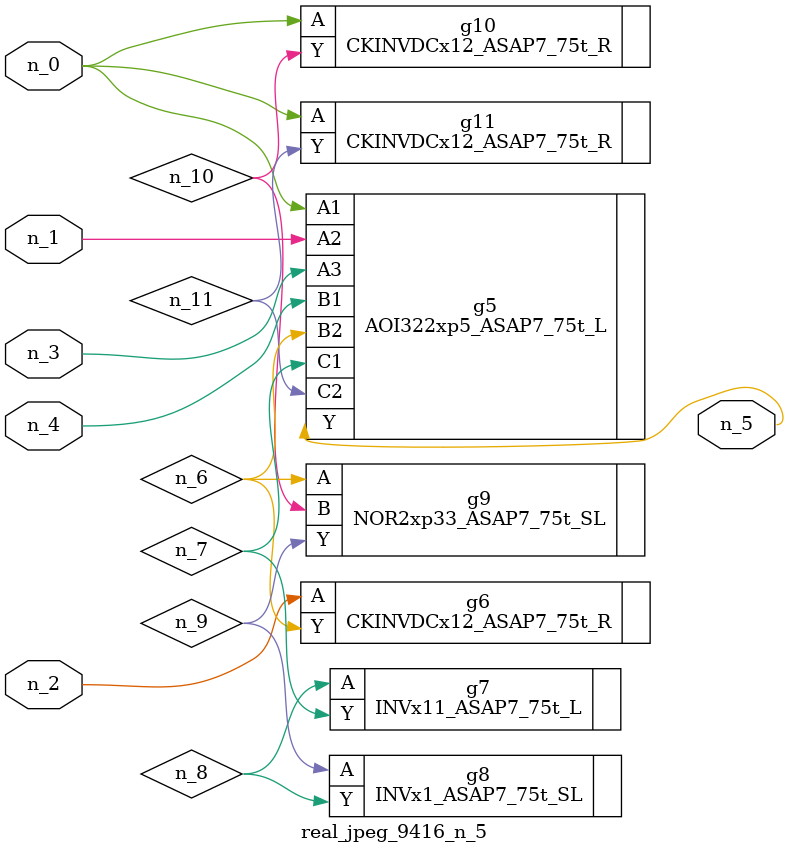
<source format=v>
module real_jpeg_9416_n_5 (n_4, n_0, n_1, n_2, n_3, n_5);

input n_4;
input n_0;
input n_1;
input n_2;
input n_3;

output n_5;

wire n_8;
wire n_11;
wire n_6;
wire n_7;
wire n_10;
wire n_9;

AOI322xp5_ASAP7_75t_L g5 ( 
.A1(n_0),
.A2(n_1),
.A3(n_3),
.B1(n_4),
.B2(n_6),
.C1(n_7),
.C2(n_11),
.Y(n_5)
);

CKINVDCx12_ASAP7_75t_R g10 ( 
.A(n_0),
.Y(n_10)
);

CKINVDCx12_ASAP7_75t_R g11 ( 
.A(n_0),
.Y(n_11)
);

CKINVDCx12_ASAP7_75t_R g6 ( 
.A(n_2),
.Y(n_6)
);

NOR2xp33_ASAP7_75t_SL g9 ( 
.A(n_6),
.B(n_10),
.Y(n_9)
);

INVx11_ASAP7_75t_L g7 ( 
.A(n_8),
.Y(n_7)
);

INVx1_ASAP7_75t_SL g8 ( 
.A(n_9),
.Y(n_8)
);


endmodule
</source>
